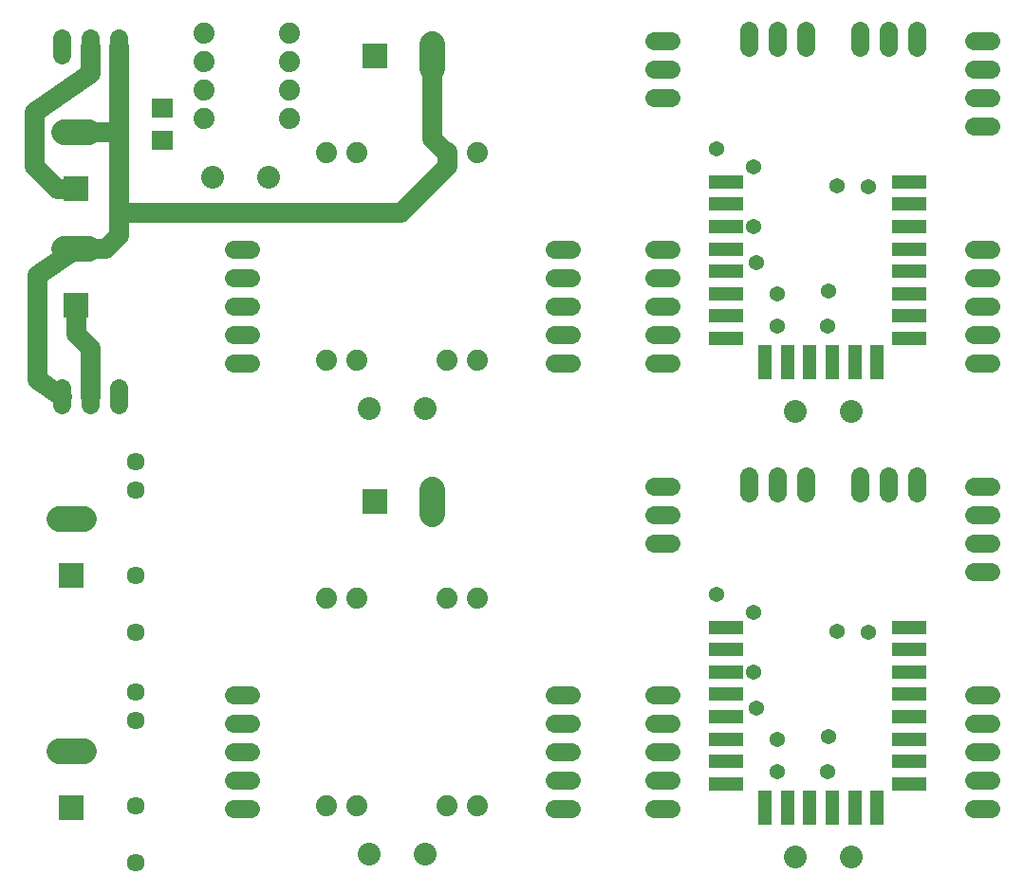
<source format=gts>
G75*
%MOIN*%
%OFA0B0*%
%FSLAX25Y25*%
%IPPOS*%
%LPD*%
%AMOC8*
5,1,8,0,0,1.08239X$1,22.5*
%
%ADD10C,0.07000*%
%ADD11C,0.08000*%
%ADD12C,0.07400*%
%ADD13C,0.06400*%
%ADD14R,0.09000X0.09000*%
%ADD15C,0.09000*%
%ADD16R,0.12211X0.05124*%
%ADD17R,0.05124X0.12211*%
%ADD18R,0.07498X0.06699*%
%ADD19C,0.06337*%
%ADD20C,0.05400*%
D10*
X0029600Y0227800D02*
X0038200Y0221700D01*
X0048200Y0221700D02*
X0048100Y0238800D01*
X0043100Y0243800D01*
X0043100Y0252800D01*
X0029600Y0264300D02*
X0029600Y0227800D01*
X0029600Y0264300D02*
X0043100Y0273800D01*
X0053600Y0273800D01*
X0058100Y0278300D01*
X0058100Y0286300D01*
X0058100Y0344600D01*
X0048100Y0344600D02*
X0048100Y0335300D01*
X0028600Y0321800D01*
X0028600Y0302800D01*
X0036600Y0294800D01*
X0043100Y0294800D01*
X0058100Y0286300D02*
X0157100Y0286300D01*
X0173400Y0302600D01*
X0173400Y0302800D02*
X0173400Y0307300D01*
X0173600Y0307000D02*
X0168100Y0312500D01*
X0168100Y0336800D01*
X0054600Y0314800D02*
X0043100Y0314800D01*
D11*
X0091257Y0298800D03*
X0110943Y0298800D03*
X0146257Y0217300D03*
X0165943Y0217300D03*
X0295757Y0216300D03*
X0315443Y0216300D03*
X0315443Y0059700D03*
X0295757Y0059700D03*
X0165943Y0060700D03*
X0146257Y0060700D03*
D12*
X0141883Y0077798D03*
X0131072Y0077798D03*
X0173380Y0077798D03*
X0184191Y0077798D03*
X0184191Y0150633D03*
X0173380Y0150633D03*
X0141883Y0150633D03*
X0131072Y0150633D03*
X0131072Y0234398D03*
X0141883Y0234398D03*
X0173380Y0234398D03*
X0184191Y0234398D03*
X0184191Y0307233D03*
X0173380Y0307233D03*
X0141883Y0307233D03*
X0131072Y0307233D03*
X0118100Y0319300D03*
X0118100Y0329300D03*
X0118100Y0339300D03*
X0118100Y0349300D03*
X0088100Y0349300D03*
X0088100Y0339300D03*
X0088100Y0329300D03*
X0088100Y0319300D03*
D13*
X0058100Y0341600D02*
X0058100Y0347600D01*
X0048100Y0347600D02*
X0048100Y0341600D01*
X0038100Y0341600D02*
X0038100Y0347600D01*
X0098600Y0273300D02*
X0104600Y0273300D01*
X0104600Y0263300D02*
X0098600Y0263300D01*
X0098600Y0253300D02*
X0104600Y0253300D01*
X0104600Y0243300D02*
X0098600Y0243300D01*
X0098600Y0233300D02*
X0104600Y0233300D01*
X0058200Y0224700D02*
X0058200Y0218700D01*
X0048200Y0218700D02*
X0048200Y0224700D01*
X0038200Y0224700D02*
X0038200Y0218700D01*
X0098600Y0116700D02*
X0104600Y0116700D01*
X0104600Y0106700D02*
X0098600Y0106700D01*
X0098600Y0096700D02*
X0104600Y0096700D01*
X0104600Y0086700D02*
X0098600Y0086700D01*
X0098600Y0076700D02*
X0104600Y0076700D01*
X0211100Y0076700D02*
X0217100Y0076700D01*
X0217100Y0086700D02*
X0211100Y0086700D01*
X0211100Y0096700D02*
X0217100Y0096700D01*
X0217100Y0106700D02*
X0211100Y0106700D01*
X0211100Y0116700D02*
X0217100Y0116700D01*
X0246100Y0116700D02*
X0252100Y0116700D01*
X0252100Y0106700D02*
X0246100Y0106700D01*
X0246100Y0096700D02*
X0252100Y0096700D01*
X0252100Y0086700D02*
X0246100Y0086700D01*
X0246100Y0076700D02*
X0252100Y0076700D01*
X0358600Y0076700D02*
X0364600Y0076700D01*
X0364600Y0086700D02*
X0358600Y0086700D01*
X0358600Y0096700D02*
X0364600Y0096700D01*
X0364600Y0106700D02*
X0358600Y0106700D01*
X0358600Y0116700D02*
X0364600Y0116700D01*
X0364600Y0160200D02*
X0358600Y0160200D01*
X0358600Y0170200D02*
X0364600Y0170200D01*
X0364600Y0180200D02*
X0358600Y0180200D01*
X0358600Y0190200D02*
X0364600Y0190200D01*
X0338600Y0187700D02*
X0338600Y0193700D01*
X0328600Y0193700D02*
X0328600Y0187700D01*
X0318600Y0187700D02*
X0318600Y0193700D01*
X0299600Y0193700D02*
X0299600Y0187700D01*
X0289600Y0187700D02*
X0289600Y0193700D01*
X0279600Y0193700D02*
X0279600Y0187700D01*
X0252100Y0190200D02*
X0246100Y0190200D01*
X0246100Y0180200D02*
X0252100Y0180200D01*
X0252100Y0170200D02*
X0246100Y0170200D01*
X0246100Y0233300D02*
X0252100Y0233300D01*
X0252100Y0243300D02*
X0246100Y0243300D01*
X0246100Y0253300D02*
X0252100Y0253300D01*
X0252100Y0263300D02*
X0246100Y0263300D01*
X0246100Y0273300D02*
X0252100Y0273300D01*
X0217100Y0273300D02*
X0211100Y0273300D01*
X0211100Y0263300D02*
X0217100Y0263300D01*
X0217100Y0253300D02*
X0211100Y0253300D01*
X0211100Y0243300D02*
X0217100Y0243300D01*
X0217100Y0233300D02*
X0211100Y0233300D01*
X0246100Y0326800D02*
X0252100Y0326800D01*
X0252100Y0336800D02*
X0246100Y0336800D01*
X0246100Y0346800D02*
X0252100Y0346800D01*
X0279600Y0344300D02*
X0279600Y0350300D01*
X0289600Y0350300D02*
X0289600Y0344300D01*
X0299600Y0344300D02*
X0299600Y0350300D01*
X0318600Y0350300D02*
X0318600Y0344300D01*
X0328600Y0344300D02*
X0328600Y0350300D01*
X0338600Y0350300D02*
X0338600Y0344300D01*
X0358600Y0346800D02*
X0364600Y0346800D01*
X0364600Y0336800D02*
X0358600Y0336800D01*
X0358600Y0326800D02*
X0364600Y0326800D01*
X0364600Y0316800D02*
X0358600Y0316800D01*
X0358600Y0273300D02*
X0364600Y0273300D01*
X0364600Y0263300D02*
X0358600Y0263300D01*
X0358600Y0253300D02*
X0364600Y0253300D01*
X0364600Y0243300D02*
X0358600Y0243300D01*
X0358600Y0233300D02*
X0364600Y0233300D01*
D14*
X0148100Y0184700D03*
X0041600Y0158700D03*
X0041600Y0077200D03*
X0043100Y0253800D03*
X0043100Y0294800D03*
X0148100Y0341300D03*
D15*
X0168100Y0337000D02*
X0168100Y0345600D01*
X0047400Y0314800D02*
X0038800Y0314800D01*
X0038800Y0273800D02*
X0047400Y0273800D01*
X0045900Y0178700D02*
X0037300Y0178700D01*
X0037300Y0097200D02*
X0045900Y0097200D01*
X0168100Y0180400D02*
X0168100Y0189000D01*
D16*
X0271423Y0140535D03*
X0271423Y0132661D03*
X0271423Y0124787D03*
X0271423Y0116913D03*
X0271423Y0109039D03*
X0271423Y0101165D03*
X0271423Y0093291D03*
X0271423Y0085417D03*
X0335990Y0085417D03*
X0335990Y0093291D03*
X0335990Y0101165D03*
X0335990Y0109039D03*
X0335990Y0116913D03*
X0335990Y0124787D03*
X0335990Y0132661D03*
X0335990Y0140535D03*
X0335990Y0242017D03*
X0335990Y0249891D03*
X0335990Y0257765D03*
X0335990Y0265639D03*
X0335990Y0273513D03*
X0335990Y0281387D03*
X0335990Y0289261D03*
X0335990Y0297135D03*
X0271423Y0297135D03*
X0271423Y0289261D03*
X0271423Y0281387D03*
X0271423Y0273513D03*
X0271423Y0265639D03*
X0271423Y0257765D03*
X0271423Y0249891D03*
X0271423Y0242017D03*
D17*
X0285202Y0233749D03*
X0293076Y0233749D03*
X0300950Y0233749D03*
X0308824Y0233749D03*
X0316698Y0233749D03*
X0324572Y0233749D03*
X0324572Y0077149D03*
X0316698Y0077149D03*
X0308824Y0077149D03*
X0300950Y0077149D03*
X0293076Y0077149D03*
X0285202Y0077149D03*
D18*
X0073600Y0311702D03*
X0073600Y0322898D03*
D19*
X0064100Y0057700D03*
X0064100Y0077700D03*
X0064100Y0107700D03*
X0064100Y0117700D03*
X0064100Y0138700D03*
X0064100Y0158700D03*
X0064100Y0188700D03*
X0064100Y0198700D03*
D20*
X0268100Y0152200D03*
X0281100Y0145700D03*
X0281100Y0124700D03*
X0282100Y0112200D03*
X0289600Y0101200D03*
X0289600Y0089700D03*
X0307100Y0089700D03*
X0307600Y0102200D03*
X0310600Y0139200D03*
X0321600Y0138700D03*
X0307100Y0246300D03*
X0307600Y0258800D03*
X0289600Y0257800D03*
X0289600Y0246300D03*
X0282100Y0268800D03*
X0281100Y0281300D03*
X0281100Y0302300D03*
X0268100Y0308800D03*
X0310600Y0295800D03*
X0321600Y0295300D03*
M02*

</source>
